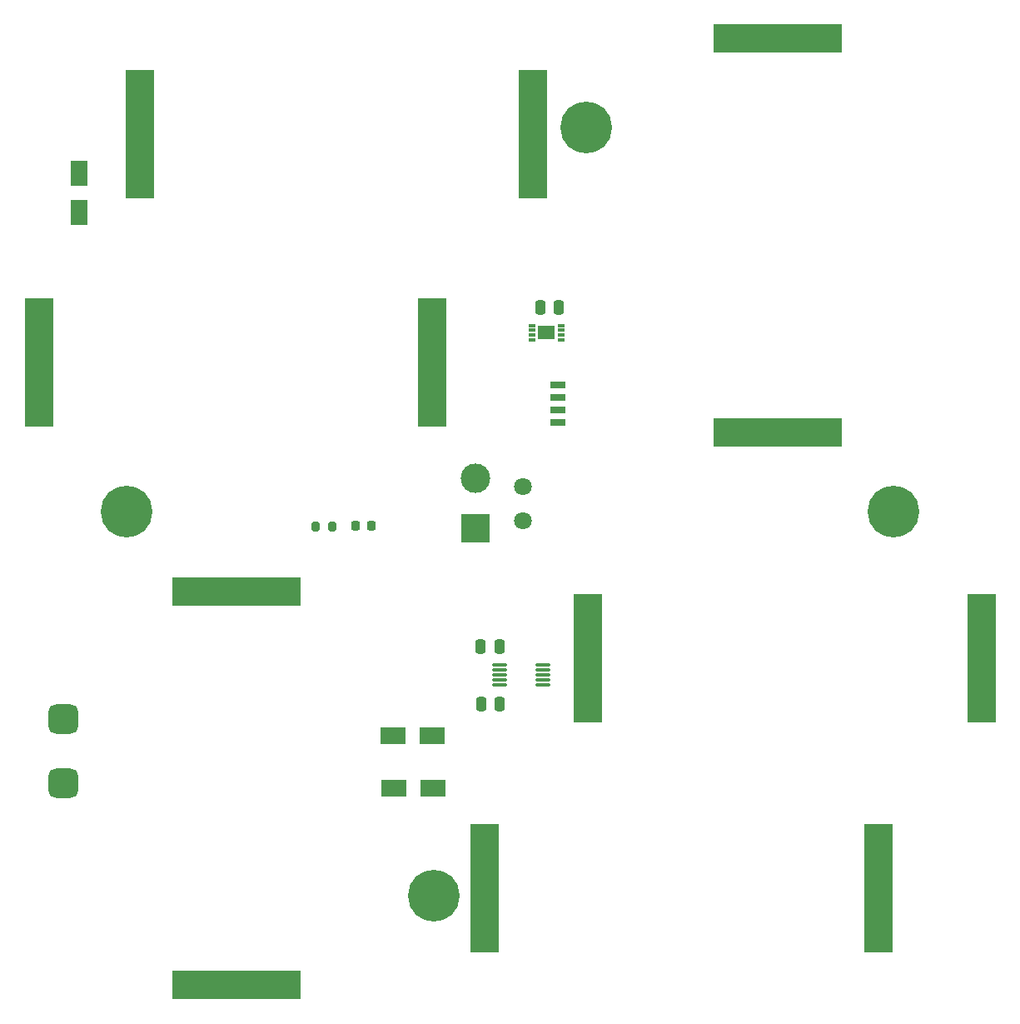
<source format=gbr>
%TF.GenerationSoftware,KiCad,Pcbnew,(6.0.11)*%
%TF.CreationDate,2023-03-22T16:16:07-07:00*%
%TF.ProjectId,solar-panel-side-Z,736f6c61-722d-4706-916e-656c2d736964,3.0*%
%TF.SameCoordinates,Original*%
%TF.FileFunction,Soldermask,Top*%
%TF.FilePolarity,Negative*%
%FSLAX46Y46*%
G04 Gerber Fmt 4.6, Leading zero omitted, Abs format (unit mm)*
G04 Created by KiCad (PCBNEW (6.0.11)) date 2023-03-22 16:16:07*
%MOMM*%
%LPD*%
G01*
G04 APERTURE LIST*
G04 Aperture macros list*
%AMRoundRect*
0 Rectangle with rounded corners*
0 $1 Rounding radius*
0 $2 $3 $4 $5 $6 $7 $8 $9 X,Y pos of 4 corners*
0 Add a 4 corners polygon primitive as box body*
4,1,4,$2,$3,$4,$5,$6,$7,$8,$9,$2,$3,0*
0 Add four circle primitives for the rounded corners*
1,1,$1+$1,$2,$3*
1,1,$1+$1,$4,$5*
1,1,$1+$1,$6,$7*
1,1,$1+$1,$8,$9*
0 Add four rect primitives between the rounded corners*
20,1,$1+$1,$2,$3,$4,$5,0*
20,1,$1+$1,$4,$5,$6,$7,0*
20,1,$1+$1,$6,$7,$8,$9,0*
20,1,$1+$1,$8,$9,$2,$3,0*%
G04 Aperture macros list end*
%ADD10C,5.250000*%
%ADD11R,2.500000X1.700000*%
%ADD12RoundRect,0.750000X-0.750000X-0.750000X0.750000X-0.750000X0.750000X0.750000X-0.750000X0.750000X0*%
%ADD13RoundRect,0.218750X0.218750X0.256250X-0.218750X0.256250X-0.218750X-0.256250X0.218750X-0.256250X0*%
%ADD14RoundRect,0.250000X0.250000X0.475000X-0.250000X0.475000X-0.250000X-0.475000X0.250000X-0.475000X0*%
%ADD15R,0.750000X0.300000*%
%ADD16R,1.750000X1.450000*%
%ADD17R,3.000000X13.000000*%
%ADD18R,13.000000X3.000000*%
%ADD19RoundRect,0.200000X-0.200000X-0.275000X0.200000X-0.275000X0.200000X0.275000X-0.200000X0.275000X0*%
%ADD20RoundRect,0.075000X-0.650000X-0.075000X0.650000X-0.075000X0.650000X0.075000X-0.650000X0.075000X0*%
%ADD21R,1.600000X0.700000*%
%ADD22R,1.700000X2.500000*%
%ADD23C,1.800000*%
%ADD24R,3.000000X3.000000*%
%ADD25C,3.000000*%
G04 APERTURE END LIST*
D10*
%TO.C,J4*%
X110500000Y-85000000D03*
%TD*%
%TO.C,J5*%
X141750000Y-124000000D03*
%TD*%
%TO.C,J6*%
X157250000Y-46000000D03*
%TD*%
%TO.C,J7*%
X188500000Y-85000000D03*
%TD*%
D11*
%TO.C,D3*%
X141590000Y-107770000D03*
X137590000Y-107770000D03*
%TD*%
D12*
%TO.C,TP1*%
X104050000Y-106110000D03*
%TD*%
D13*
%TO.C,D5*%
X135390000Y-86480000D03*
X133815000Y-86480000D03*
%TD*%
D14*
%TO.C,C3*%
X148430000Y-98750000D03*
X146530000Y-98750000D03*
%TD*%
D15*
%TO.C,U3*%
X151780000Y-66080000D03*
X151780000Y-66580000D03*
X151780000Y-67080000D03*
X151780000Y-67580000D03*
X154680000Y-67580000D03*
X154680000Y-67080000D03*
X154680000Y-66580000D03*
X154680000Y-66080000D03*
D16*
X153230000Y-66830000D03*
%TD*%
D17*
%TO.C,SC5*%
X146930000Y-123240000D03*
X186930000Y-123240000D03*
%TD*%
D12*
%TO.C,TP2*%
X104080000Y-112590000D03*
%TD*%
D18*
%TO.C,SC3*%
X121720000Y-133090000D03*
X121720000Y-93090000D03*
%TD*%
D19*
%TO.C,R1*%
X129767500Y-86520000D03*
X131417500Y-86520000D03*
%TD*%
D14*
%TO.C,C2*%
X148460000Y-104540000D03*
X146560000Y-104540000D03*
%TD*%
D20*
%TO.C,U2*%
X148440000Y-100610000D03*
X148440000Y-101110000D03*
X148440000Y-101610000D03*
X148440000Y-102110000D03*
X148440000Y-102610000D03*
X152840000Y-102610000D03*
X152840000Y-102110000D03*
X152840000Y-101610000D03*
X152840000Y-101110000D03*
X152840000Y-100610000D03*
%TD*%
D11*
%TO.C,D4*%
X137680000Y-113090000D03*
X141680000Y-113090000D03*
%TD*%
D14*
%TO.C,C1*%
X154500000Y-64285000D03*
X152600000Y-64285000D03*
%TD*%
D21*
%TO.C,U1*%
X154350000Y-72095000D03*
X154350000Y-73365000D03*
X154350000Y-74635000D03*
X154350000Y-75905000D03*
%TD*%
D17*
%TO.C,SC4*%
X101620000Y-69850000D03*
X141620000Y-69850000D03*
%TD*%
%TO.C,SC6*%
X197440000Y-99920000D03*
X157440000Y-99920000D03*
%TD*%
D18*
%TO.C,SC2*%
X176760000Y-36940000D03*
X176760000Y-76940000D03*
%TD*%
D22*
%TO.C,D2*%
X105650000Y-54590000D03*
X105650000Y-50590000D03*
%TD*%
D17*
%TO.C,SC1*%
X111870000Y-46630000D03*
X151870000Y-46630000D03*
%TD*%
D23*
%TO.C,J2*%
X150850000Y-82450000D03*
X150850000Y-85950000D03*
%TD*%
D24*
%TO.C,J3*%
X146000000Y-86710000D03*
D25*
X146000000Y-81630000D03*
%TD*%
M02*

</source>
